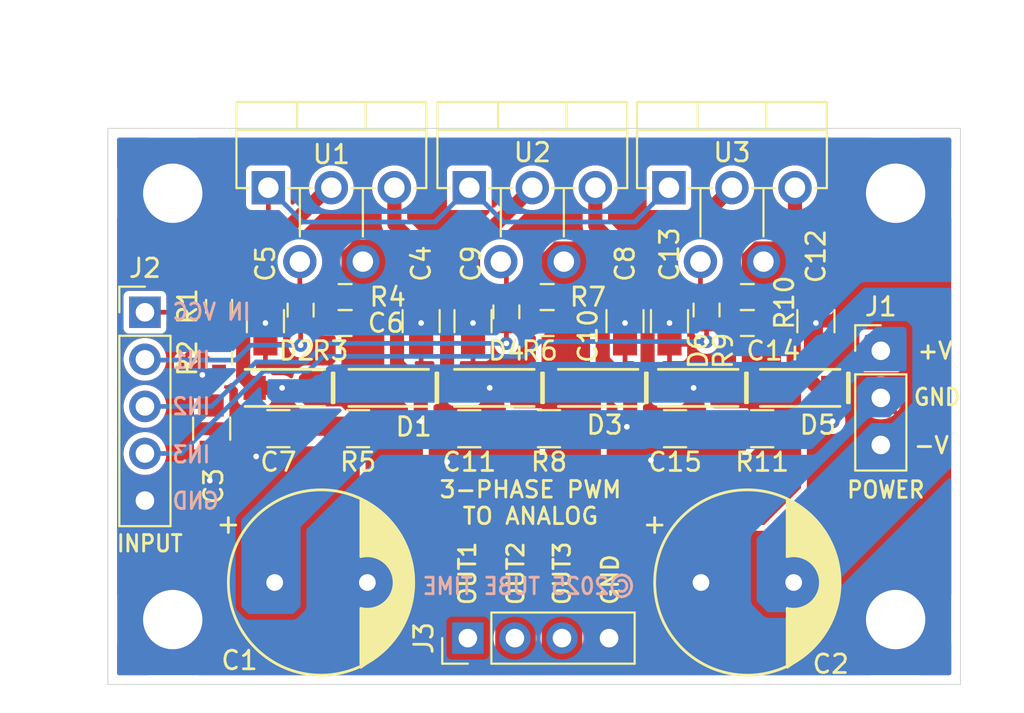
<source format=kicad_pcb>
(kicad_pcb (version 20241229) (generator "pcbnew") (generator_version "9.0")
  (layers (0 "F.Cu" signal) (2 "B.Cu" signal) (13 "F.Paste" user) (15 "B.Paste" user) (5 "F.SilkS" user "F.Silkscreen") (7 "B.SilkS" user "B.Silkscreen") (1 "F.Mask" user) (3 "B.Mask" user) (25 "Edge.Cuts" user))
  (net 0 "")
  (net 1 "GND")
  (net 2 "+15V")
  (net 3 "-15V")
  (net 4 "Net-(U1--)")
  (net 5 "/PhaseDriver1/OUT")
  (net 6 "/PhaseDriver2/OUT")
  (net 7 "Net-(U2--)")
  (net 8 "/PhaseDriver3/OUT")
  (net 9 "Net-(U3--)")
  (net 10 "/PhaseDriver1/VREF")
  (net 11 "/PhaseDriver3/IN")
  (net 12 "VDD")
  (net 13 "/PhaseDriver1/IN")
  (net 14 "/PhaseDriver2/IN")
  (net 15 "Net-(C7-Pad1)")
  (net 16 "Net-(C11-Pad1)")
  (net 17 "Net-(C15-Pad1)")
  (footprint "Passive:RESC1608X55" (layer "F.Cu") (at 127.5 82.1)
    (property "Reference" "R10" (at 2 0.3 90) (layer "F.SilkS"))
    (property "Value" "68K")
    (fp_line (start -0.35 -0.7) (end 0.35 -0.7) (stroke (width 0.12)) (layer "F.SilkS"))
    (fp_line (start 0.35 0.7) (end -0.35 0.7) (stroke (width 0.12)) (layer "F.SilkS"))
    (pad "1" smd rect (at -0.75 0) (size 0.8 0.75) (layers "F.Cu" "F.Mask" "F.Paste") (net 9 "Net-(U3--)"))
    (pad "2" smd rect (at 0.75 0) (size 0.8 0.75) (layers "F.Cu" "F.Mask" "F.Paste") (net 8 "/PhaseDriver3/OUT"))
  )
  (footprint "Passive:CAPC2012X55" (layer "F.Cu") (at 123.6 89.2 180)
    (property "Reference" "C15" (at 0 -1.8 0) (layer "F.SilkS"))
    (property "Value" "DNI")
    (fp_line (start 0.6 1) (end -0.6 1) (stroke (width 0.12)) (layer "F.SilkS"))
    (fp_line (start -0.6 -1) (end 0.6 -1) (stroke (width 0.12)) (layer "F.SilkS"))
    (pad "1" smd rect (at -1.25 0 180) (size 1.2 1.3) (layers "F.Cu" "F.Mask" "F.Paste") (net 17 "Net-(C15-Pad1)"))
    (pad "2" smd rect (at 1.25 0 180) (size 1.2 1.3) (layers "F.Cu" "F.Mask" "F.Paste") (net 1 "GND"))
  )
  (footprint "Connector_PinHeader_2.54mm:PinHeader_1x03_P2.54mm_Vertical" (layer "F.Cu") (at 134.7 85)
    (property "Reference" "J1" (at 0 -2.38 0) (layer "F.SilkS"))
    (property "Value" "POWER")
    (fp_line (start -1.38 -1.38) (end 0 -1.38) (stroke (width 0.12)) (layer "F.SilkS"))
    (fp_line (start -1.38 0) (end -1.38 -1.38) (stroke (width 0.12)) (layer "F.SilkS"))
    (fp_line (start -1.38 1.27) (end -1.38 6.46) (stroke (width 0.12)) (layer "F.SilkS"))
    (fp_line (start -1.38 1.27) (end 1.38 1.27) (stroke (width 0.12)) (layer "F.SilkS"))
    (fp_line (start -1.38 6.46) (end 1.38 6.46) (stroke (width 0.12)) (layer "F.SilkS"))
    (fp_line (start 1.38 1.27) (end 1.38 6.46) (stroke (width 0.12)) (layer "F.SilkS"))
    (pad "1" thru_hole rect (at 0 0) (size 1.7 1.7) (drill 1) (layers "*.Cu" "*.Mask") (net 2 "+15V"))
    (pad "2" thru_hole circle (at 0 2.54) (size 1.7 1.7) (drill 1) (layers "*.Cu" "*.Mask") (net 1 "GND"))
    (pad "3" thru_hole circle (at 0 5.08) (size 1.7 1.7) (drill 1) (layers "*.Cu" "*.Mask") (net 3 "-15V"))
  )
  (footprint "Passive:CAPC2012X55" (layer "F.Cu") (at 112.7 83.4 -90)
    (property "Reference" "C9" (at -3.1 0.1 90) (layer "F.SilkS"))
    (property "Value" "1uF")
    (fp_line (start 0.6 1) (end -0.6 1) (stroke (width 0.12)) (layer "F.SilkS"))
    (fp_line (start -0.6 -1) (end 0.6 -1) (stroke (width 0.12)) (layer "F.SilkS"))
    (pad "1" smd rect (at -1.25 0 270) (size 1.2 1.3) (layers "F.Cu" "F.Mask" "F.Paste") (net 3 "-15V"))
    (pad "2" smd rect (at 1.25 0 270) (size 1.2 1.3) (layers "F.Cu" "F.Mask" "F.Paste") (net 1 "GND"))
  )
  (footprint "Passive:CAPC2012X55" (layer "F.Cu") (at 120.9 83.4 90)
    (property "Reference" "C8" (at 3.1 0 90) (layer "F.SilkS"))
    (property "Value" "1uF")
    (fp_line (start -0.6 -1) (end 0.6 -1) (stroke (width 0.12)) (layer "F.SilkS"))
    (fp_line (start 0.6 1) (end -0.6 1) (stroke (width 0.12)) (layer "F.SilkS"))
    (pad "1" smd rect (at -1.25 0 90) (size 1.2 1.3) (layers "F.Cu" "F.Mask" "F.Paste") (net 1 "GND"))
    (pad "2" smd rect (at 1.25 0 90) (size 1.2 1.3) (layers "F.Cu" "F.Mask" "F.Paste") (net 2 "+15V"))
  )
  (footprint "Passive:RESC2012X55" (layer "F.Cu") (at 106.5 89.2 180)
    (property "Reference" "R5" (at 0 -1.8 0) (layer "F.SilkS"))
    (property "Value" "DNI")
    (fp_line (start 0.6 1) (end -0.6 1) (stroke (width 0.12)) (layer "F.SilkS"))
    (fp_line (start -0.6 -1) (end 0.6 -1) (stroke (width 0.12)) (layer "F.SilkS"))
    (pad "1" smd rect (at -1.25 0 180) (size 1.2 1.3) (layers "F.Cu" "F.Mask" "F.Paste") (net 5 "/PhaseDriver1/OUT"))
    (pad "2" smd rect (at 1.25 0 180) (size 1.2 1.3) (layers "F.Cu" "F.Mask" "F.Paste") (net 15 "Net-(C7-Pad1)"))
  )
  (footprint "Active:SOD3716X117" (layer "F.Cu") (at 108.2 87 180)
    (property "Reference" "D1" (at -1.3 -2.1 0) (layer "F.SilkS"))
    (property "Value" "PMEG6020AELRX")
    (fp_line (start -2.1 1) (end 2.2 1) (stroke (width 0.15)) (layer "F.SilkS"))
    (fp_line (start -2.1 -1) (end 2.2 -1) (stroke (width 0.15)) (layer "F.SilkS"))
    (fp_line (start -2.5 -0.8) (end -2.5 0.8) (stroke (width 0.15)) (layer "F.SilkS"))
    (fp_line (start -2.5 -0.8) (end -2.6 -0.8) (stroke (width 0.15)) (layer "F.SilkS"))
    (fp_line (start -2.6 0.8) (end -2.5 0.8) (stroke (width 0.15)) (layer "F.SilkS"))
    (fp_line (start -2.6 -0.8) (end -2.6 0.8) (stroke (width 0.15)) (layer "F.SilkS"))
    (pad "1" smd rect (at -1.68 0 180) (size 1.2 1.3) (layers "F.Cu" "F.Mask" "F.Paste") (net 2 "+15V"))
    (pad "2" smd rect (at 1.68 0 180) (size 1.2 1.3) (layers "F.Cu" "F.Mask" "F.Paste") (net 5 "/PhaseDriver1/OUT"))
  )
  (footprint "Passive:RESC2012X55" (layer "F.Cu") (at 116.8 89.2 180)
    (property "Reference" "R8" (at 0 -1.8 0) (layer "F.SilkS"))
    (property "Value" "DNI")
    (fp_line (start 0.6 1) (end -0.6 1) (stroke (width 0.12)) (layer "F.SilkS"))
    (fp_line (start -0.6 -1) (end 0.6 -1) (stroke (width 0.12)) (layer "F.SilkS"))
    (pad "1" smd rect (at -1.25 0 180) (size 1.2 1.3) (layers "F.Cu" "F.Mask" "F.Paste") (net 6 "/PhaseDriver2/OUT"))
    (pad "2" smd rect (at 1.25 0 180) (size 1.2 1.3) (layers "F.Cu" "F.Mask" "F.Paste") (net 16 "Net-(C11-Pad1)"))
  )
  (footprint "MountingHole:MountingHole_3.2mm_M3_DIN965_Pad" (layer "F.Cu") (at 96.5 99.5)
    (property "Reference" "H3" (hide yes))
    (property "Value" "MountingHole_Pad")
    (pad "1" thru_hole circle (at 0 0) (size 5.6 5.6) (drill 3.2) (layers "*.Cu" "*.Mask") (net 1 "GND"))
  )
  (footprint "Passive:CAPAE500P1000X1500" (layer "F.Cu") (at 104.5 97.5)
    (property "Reference" "C1" (at -4.4 4.2 0) (layer "F.SilkS"))
    (property "Value" "1000uF")
    (fp_line (start -5 -3.5) (end -5 -2.7) (stroke (width 0.15)) (layer "F.SilkS"))
    (fp_line (start -4.6 -3.1) (end -5.4 -3.1) (stroke (width 0.15)) (layer "F.SilkS"))
    (fp_line (start 2.15 -1.4) (end 2.15 -4.4) (stroke (width 0.15)) (layer "F.SilkS"))
    (fp_line (start 2.15 4.4) (end 2.15 1.4) (stroke (width 0.15)) (layer "F.SilkS"))
    (fp_arc (start 2.15 -1.4) (mid 3.943087 0) (end 2.15 1.4) (stroke (width 0.15)) (layer "F.SilkS"))
    (fp_circle (center 0 0) (end 5 0) (stroke (width 0.15)) (fill no) (layer "F.SilkS"))
    (fp_poly (pts (xy 2.15 -4.4) (xy 2.15 -1.4) (xy 2.75 -1.5) (xy 3.55 -1.1) (xy 3.95 -0.5) (xy 4.05 0) (xy 3.85 0.7) (xy 3.45 1.2) (xy 2.85 1.5) (xy 2.15 1.4) (xy 2.15 4.6) (xy 3 4) (xy 3.8 3.2) (xy 4.6 2) (xy 4.8 1.2) (xy 5 0.4) (xy 5 -0.4) (xy 4.8 -1.4) (xy 4.4 -2.2) (xy 3.8 -3.2) (xy 3.2 -3.8)) (stroke (width 0.1)) (fill yes) (layer "F.SilkS"))
    (pad "1" thru_hole rect (at -2.5 0) (size 2 2) (drill 0.9) (layers "*.Cu" "*.Mask") (net 2 "+15V"))
    (pad "2" thru_hole circle (at 2.5 0) (size 2 2) (drill 0.9) (layers "*.Cu" "*.Mask") (net 1 "GND"))
  )
  (footprint "Active:TO-220-5_Stagger_Vertical_L165" (layer "F.Cu") (at 112.5 76.2)
    (property "Reference" "U2" (at 3.4 -1.9 0) (layer "F.SilkS"))
    (property "Value" "L165")
    (fp_line (start -1.721 -4.62) (end -1.721 0.021) (stroke (width 0.12)) (layer "F.SilkS"))
    (fp_line (start -1.721 -4.62) (end 8.52 -4.62) (stroke (width 0.12)) (layer "F.SilkS"))
    (fp_line (start -1.721 -3.111) (end 8.52 -3.111) (stroke (width 0.12)) (layer "F.SilkS"))
    (fp_line (start -1.721 0.021) (end -1.05 0.021) (stroke (width 0.12)) (layer "F.SilkS"))
    (fp_line (start 1.05 0.021) (end 2.335 0.021) (stroke (width 0.12)) (layer "F.SilkS"))
    (fp_line (start 1.55 -4.62) (end 1.55 -3.111) (stroke (width 0.12)) (layer "F.SilkS"))
    (fp_line (start 1.7 0.021) (end 1.7 2.635) (stroke (width 0.12)) (layer "F.SilkS"))
    (fp_line (start 4.465 0.021) (end 5.735 0.021) (stroke (width 0.12)) (layer "F.SilkS"))
    (fp_line (start 5.1 0.021) (end 5.1 2.635) (stroke (width 0.12)) (layer "F.SilkS"))
    (fp_line (start 5.25 -4.62) (end 5.25 -3.111) (stroke (width 0.12)) (layer "F.SilkS"))
    (fp_line (start 7.865 0.021) (end 8.52 0.021) (stroke (width 0.12)) (layer "F.SilkS"))
    (fp_line (start 8.52 -4.62) (end 8.52 0.021) (stroke (width 0.12)) (layer "F.SilkS"))
    (pad "1" thru_hole rect (at 0 0) (size 1.8 1.8) (drill 1.1) (layers "*.Cu" "*.Mask") (net 10 "/PhaseDriver1/VREF"))
    (pad "2" thru_hole circle (at 1.7 3.9878) (size 1.8 1.8) (drill 1.1) (layers "*.Cu" "*.Mask") (net 7 "Net-(U2--)"))
    (pad "3" thru_hole circle (at 3.4 0) (size 1.8 1.8) (drill 1.1) (layers "*.Cu" "*.Mask") (net 3 "-15V"))
    (pad "4" thru_hole circle (at 5.1 3.9878) (size 1.8 1.8) (drill 1.1) (layers "*.Cu" "*.Mask") (net 6 "/PhaseDriver2/OUT"))
    (pad "5" thru_hole circle (at 6.8 0) (size 1.8 1.8) (drill 1.1) (layers "*.Cu" "*.Mask") (net 2 "+15V"))
  )
  (footprint "Active:TO-220-5_Stagger_Vertical_L165" (layer "F.Cu") (at 123.27 76.2)
    (property "Reference" "U3" (at 3.4 -1.9 0) (layer "F.SilkS"))
    (property "Value" "L165")
    (fp_line (start -1.721 -4.62) (end -1.721 0.021) (stroke (width 0.12)) (layer "F.SilkS"))
    (fp_line (start -1.721 -4.62) (end 8.52 -4.62) (stroke (width 0.12)) (layer "F.SilkS"))
    (fp_line (start -1.721 -3.111) (end 8.52 -3.111) (stroke (width 0.12)) (layer "F.SilkS"))
    (fp_line (start -1.721 0.021) (end -1.05 0.021) (stroke (width 0.12)) (layer "F.SilkS"))
    (fp_line (start 1.05 0.021) (end 2.335 0.021) (stroke (width 0.12)) (layer "F.SilkS"))
    (fp_line (start 1.55 -4.62) (end 1.55 -3.111) (stroke (width 0.12)) (layer "F.SilkS"))
    (fp_line (start 1.7 0.021) (end 1.7 2.635) (stroke (width 0.12)) (layer "F.SilkS"))
    (fp_line (start 4.465 0.021) (end 5.735 0.021) (stroke (width 0.12)) (layer "F.SilkS"))
    (fp_line (start 5.1 0.021) (end 5.1 2.635) (stroke (width 0.12)) (layer "F.SilkS"))
    (fp_line (start 5.25 -4.62) (end 5.25 -3.111) (stroke (width 0.12)) (layer "F.SilkS"))
    (fp_line (start 7.865 0.021) (end 8.52 0.021) (stroke (width 0.12)) (layer "F.SilkS"))
    (fp_line (start 8.52 -4.62) (end 8.52 0.021) (stroke (width 0.12)) (layer "F.SilkS"))
    (pad "1" thru_hole rect (at 0 0) (size 1.8 1.8) (drill 1.1) (layers "*.Cu" "*.Mask") (net 10 "/PhaseDriver1/VREF"))
    (pad "2" thru_hole circle (at 1.7 3.9878) (size 1.8 1.8) (drill 1.1) (layers "*.Cu" "*.Mask") (net 9 "Net-(U3--)"))
    (pad "3" thru_hole circle (at 3.4 0) (size 1.8 1.8) (drill 1.1) (layers "*.Cu" "*.Mask") (net 3 "-15V"))
    (pad "4" thru_hole circle (at 5.1 3.9878) (size 1.8 1.8) (drill 1.1) (layers "*.Cu" "*.Mask") (net 8 "/PhaseDriver3/OUT"))
    (pad "5" thru_hole circle (at 6.8 0) (size 1.8 1.8) (drill 1.1) (layers "*.Cu" "*.Mask") (net 2 "+15V"))
  )
  (footprint "Passive:RESC1608X55" (layer "F.Cu") (at 105.8 82.1)
    (property "Reference" "R4" (at 2.3 0 0) (layer "F.SilkS"))
    (property "Value" "68K")
    (fp_line (start -0.35 -0.7) (end 0.35 -0.7) (stroke (width 0.12)) (layer "F.SilkS"))
    (fp_line (start 0.35 0.7) (end -0.35 0.7) (stroke (width 0.12)) (layer "F.SilkS"))
    (pad "1" smd rect (at -0.75 0) (size 0.8 0.75) (layers "F.Cu" "F.Mask" "F.Paste") (net 4 "Net-(U1--)"))
    (pad "2" smd rect (at 0.75 0) (size 0.8 0.75) (layers "F.Cu" "F.Mask" "F.Paste") (net 5 "/PhaseDriver1/OUT"))
  )
  (footprint "Active:SOD3716X117" (layer "F.Cu") (at 124.9 87 180)
    (property "Reference" "D6" (at 0.05 2 90) (layer "F.SilkS"))
    (property "Value" "PMEG6020AELRX")
    (fp_line (start -2.1 1) (end 2.2 1) (stroke (width 0.15)) (layer "F.SilkS"))
    (fp_line (start -2.1 -1) (end 2.2 -1) (stroke (width 0.15)) (layer "F.SilkS"))
    (fp_line (start -2.5 -0.8) (end -2.5 0.8) (stroke (width 0.15)) (layer "F.SilkS"))
    (fp_line (start -2.5 -0.8) (end -2.6 -0.8) (stroke (width 0.15)) (layer "F.SilkS"))
    (fp_line (start -2.6 0.8) (end -2.5 0.8) (stroke (width 0.15)) (layer "F.SilkS"))
    (fp_line (start -2.6 -0.8) (end -2.6 0.8) (stroke (width 0.15)) (layer "F.SilkS"))
    (pad "1" smd rect (at -1.68 0 180) (size 1.2 1.3) (layers "F.Cu" "F.Mask" "F.Paste") (net 8 "/PhaseDriver3/OUT"))
    (pad "2" smd rect (at 1.68 0 180) (size 1.2 1.3) (layers "F.Cu" "F.Mask" "F.Paste") (net 3 "-15V"))
  )
  (footprint "Passive:CAPC2012X55" (layer "F.Cu") (at 123.3 83.4 -90)
    (property "Reference" "C13" (at -3.6 0 90) (layer "F.SilkS"))
    (property "Value" "1uF")
    (fp_line (start 0.6 1) (end -0.6 1) (stroke (width 0.12)) (layer "F.SilkS"))
    (fp_line (start -0.6 -1) (end 0.6 -1) (stroke (width 0.12)) (layer "F.SilkS"))
    (pad "1" smd rect (at -1.25 0 270) (size 1.2 1.3) (layers "F.Cu" "F.Mask" "F.Paste") (net 3 "-15V"))
    (pad "2" smd rect (at 1.25 0 270) (size 1.2 1.3) (layers "F.Cu" "F.Mask" "F.Paste") (net 1 "GND"))
  )
  (footprint "Active:SOD3716X117" (layer "F.Cu") (at 130.4 87 180)
    (property "Reference" "D5" (at -0.9 -2 0) (layer "F.SilkS"))
    (property "Value" "PMEG6020AELRX")
    (fp_line (start -2.1 1) (end 2.2 1) (stroke (width 0.15)) (layer "F.SilkS"))
    (fp_line (start -2.1 -1) (end 2.2 -1) (stroke (width 0.15)) (layer "F.SilkS"))
    (fp_line (start -2.5 -0.8) (end -2.5 0.8) (stroke (width 0.15)) (layer "F.SilkS"))
    (fp_line (start -2.5 -0.8) (end -2.6 -0.8) (stroke (width 0.15)) (layer "F.SilkS"))
    (fp_line (start -2.6 0.8) (end -2.5 0.8) (stroke (width 0.15)) (layer "F.SilkS"))
    (fp_line (start -2.6 -0.8) (end -2.6 0.8) (stroke (width 0.15)) (layer "F.SilkS"))
    (pad "1" smd rect (at -1.68 0 180) (size 1.2 1.3) (layers "F.Cu" "F.Mask" "F.Paste") (net 2 "+15V"))
    (pad "2" smd rect (at 1.68 0 180) (size 1.2 1.3) (layers "F.Cu" "F.Mask" "F.Paste") (net 8 "/PhaseDriver3/OUT"))
  )
  (footprint "Connector_PinHeader_2.54mm:PinHeader_1x05_P2.54mm_Vertical" (layer "F.Cu") (at 95 82.92)
    (property "Reference" "J2" (at 0 -2.38 0) (layer "F.SilkS"))
    (property "Value" "INPUTS")
    (fp_line (start -1.38 -1.38) (end 0 -1.38) (stroke (width 0.12)) (layer "F.SilkS"))
    (fp_line (start -1.38 0) (end -1.38 -1.38) (stroke (width 0.12)) (layer "F.SilkS"))
    (fp_line (start -1.38 1.27) (end -1.38 11.54) (stroke (width 0.12)) (layer "F.SilkS"))
    (fp_line (start -1.38 1.27) (end 1.38 1.27) (stroke (width 0.12)) (layer "F.SilkS"))
    (fp_line (start -1.38 11.54) (end 1.38 11.54) (stroke (width 0.12)) (layer "F.SilkS"))
    (fp_line (start 1.38 1.27) (end 1.38 11.54) (stroke (width 0.12)) (layer "F.SilkS"))
    (pad "1" thru_hole rect (at 0 0) (size 1.7 1.7) (drill 1) (layers "*.Cu" "*.Mask") (net 12 "VDD"))
    (pad "2" thru_hole circle (at 0 2.54) (size 1.7 1.7) (drill 1) (layers "*.Cu" "*.Mask") (net 13 "/PhaseDriver1/IN"))
    (pad "3" thru_hole circle (at 0 5.08) (size 1.7 1.7) (drill 1) (layers "*.Cu" "*.Mask") (net 14 "/PhaseDriver2/IN"))
    (pad "4" thru_hole circle (at 0 7.62) (size 1.7 1.7) (drill 1) (layers "*.Cu" "*.Mask") (net 11 "/PhaseDriver3/IN"))
    (pad "5" thru_hole circle (at 0 10.16) (size 1.7 1.7) (drill 1) (layers "*.Cu" "*.Mask") (net 1 "GND"))
  )
  (footprint "Active:SOD3716X117" (layer "F.Cu") (at 102.6 87 180)
    (property "Reference" "D2" (at -0.6 2 0) (layer "F.SilkS"))
    (property "Value" "PMEG6020AELRX")
    (fp_line (start -2.1 1) (end 2.2 1) (stroke (width 0.15)) (layer "F.SilkS"))
    (fp_line (start -2.1 -1) (end 2.2 -1) (stroke (width 0.15)) (layer "F.SilkS"))
    (fp_line (start -2.5 -0.8) (end -2.5 0.8) (stroke (width 0.15)) (layer "F.SilkS"))
    (fp_line (start -2.5 -0.8) (end -2.6 -0.8) (stroke (width 0.15)) (layer "F.SilkS"))
    (fp_line (start -2.6 0.8) (end -2.5 0.8) (stroke (width 0.15)) (layer "F.SilkS"))
    (fp_line (start -2.6 -0.8) (end -2.6 0.8) (stroke (width 0.15)) (layer "F.SilkS"))
    (pad "1" smd rect (at -1.68 0 180) (size 1.2 1.3) (layers "F.Cu" "F.Mask" "F.Paste") (net 5 "/PhaseDriver1/OUT"))
    (pad "2" smd rect (at 1.68 0 180) (size 1.2 1.3) (layers "F.Cu" "F.Mask" "F.Paste") (net 3 "-15V"))
  )
  (footprint "Passive:CAPC2012X55" (layer "F.Cu") (at 112.5 89.2 180)
    (property "Reference" "C11" (at 0 -1.8 0) (layer "F.SilkS"))
    (property "Value" "DNI")
    (fp_line (start 0.6 1) (end -0.6 1) (stroke (width 0.12)) (layer "F.SilkS"))
    (fp_line (start -0.6 -1) (end 0.6 -1) (stroke (width 0.12)) (layer "F.SilkS"))
    (pad "1" smd rect (at -1.25 0 180) (size 1.2 1.3) (layers "F.Cu" "F.Mask" "F.Paste") (net 16 "Net-(C11-Pad1)"))
    (pad "2" smd rect (at 1.25 0 180) (size 1.2 1.3) (layers "F.Cu" "F.Mask" "F.Paste") (net 1 "GND"))
  )
  (footprint "Passive:RESC1608X55" (layer "F.Cu") (at 103.4 82.804 90)
    (property "Reference" "R3" (at -2.196 1.6 180) (layer "F.SilkS"))
    (property "Value" "10K")
    (fp_line (start -0.35 -0.7) (end 0.35 -0.7) (stroke (width 0.12)) (layer "F.SilkS"))
    (fp_line (start 0.35 0.7) (end -0.35 0.7) (stroke (width 0.12)) (layer "F.SilkS"))
    (pad "1" smd rect (at -0.75 0 90) (size 0.8 0.75) (layers "F.Cu" "F.Mask" "F.Paste") (net 13 "/PhaseDriver1/IN"))
    (pad "2" smd rect (at 0.75 0 90) (size 0.8 0.75) (layers "F.Cu" "F.Mask" "F.Paste") (net 4 "Net-(U1--)"))
  )
  (footprint "Connector_PinHeader_2.54mm:PinHeader_1x04_P2.54mm_Vertical" (layer "F.Cu") (at 112.42 100.5 90)
    (property "Reference" "J3" (at 0 -2.38 90) (layer "F.SilkS"))
    (property "Value" "OUTPUTS")
    (fp_line (start -1.38 -1.38) (end 0 -1.38) (stroke (width 0.12)) (layer "F.SilkS"))
    (fp_line (start -1.38 0) (end -1.38 -1.38) (stroke (width 0.12)) (layer "F.SilkS"))
    (fp_line (start 1.38 1.27) (end 1.38 9) (stroke (width 0.12)) (layer "F.SilkS"))
    (fp_line (start -1.38 1.27) (end 1.38 1.27) (stroke (width 0.12)) (layer "F.SilkS"))
    (fp_line (start -1.38 1.27) (end -1.38 9) (stroke (width 0.12)) (layer "F.SilkS"))
    (fp_line (start -1.38 9) (end 1.38 9) (stroke (width 0.12)) (layer "F.SilkS"))
    (pad "1" thru_hole rect (at 0 0 90) (size 1.7 1.7) (drill 1) (layers "*.Cu" "*.Mask") (net 5 "/PhaseDriver1/OUT"))
    (pad "2" thru_hole circle (at 0 2.54 90) (size 1.7 1.7) (drill 1) (layers "*.Cu" "*.Mask") (net 6 "/PhaseDriver2/OUT"))
    (pad "3" thru_hole circle (at 0 5.08 90) (size 1.7 1.7) (drill 1) (layers "*.Cu" "*.Mask") (net 8 "/PhaseDriver3/OUT"))
    (pad "4" thru_hole circle (at 0 7.62 90) (size 1.7 1.7) (drill 1) (layers "*.Cu" "*.Mask") (net 1 "GND"))
  )
  (footprint "Active:SOD3716X117" (layer "F.Cu") (at 113.9 87 180)
    (property "Reference" "D4" (at -0.6 2 0) (layer "F.SilkS"))
    (property "Value" "PMEG6020AELRX")
    (fp_line (start -2.1 1) (end 2.2 1) (stroke (width 0.15)) (layer "F.SilkS"))
    (fp_line (start -2.1 -1) (end 2.2 -1) (stroke (width 0.15)) (layer "F.SilkS"))
    (fp_line (start -2.5 -0.8) (end -2.5 0.8) (stroke (width 0.15)) (layer "F.SilkS"))
    (fp_line (start -2.5 -0.8) (end -2.6 -0.8) (stroke (width 0.15)) (layer "F.SilkS"))
    (fp_line (start -2.6 0.8) (end -2.5 0.8) (stroke (width 0.15)) (layer "F.SilkS"))
    (fp_line (start -2.6 -0.8) (end -2.6 0.8) (stroke (width 0.15)) (layer "F.SilkS"))
    (pad "1" smd rect (at -1.68 0 180) (size 1.2 1.3) (layers "F.Cu" "F.Mask" "F.Paste") (net 6 "/PhaseDriver2/OUT"))
    (pad "2" smd rect (at 1.68 0 180) (size 1.2 1.3) (layers "F.Cu" "F.Mask" "F.Paste") (net 3 "-15V"))
  )
  (footprint "Passive:RESC1608X55" (layer "F.Cu") (at 125.3 82.8 90)
    (property "Reference" "R9" (at -2.2 0.9 270) (layer "F.SilkS"))
    (property "Value" "10K")
    (fp_line (start -0.35 -0.7) (end 0.35 -0.7) (stroke (width 0.12)) (layer "F.SilkS"))
    (fp_line (start 0.35 0.7) (end -0.35 0.7) (stroke (width 0.12)) (layer "F.SilkS"))
    (pad "1" smd rect (at -0.75 0 90) (size 0.8 0.75) (layers "F.Cu" "F.Mask" "F.Paste") (net 11 "/PhaseDriver3/IN"))
    (pad "2" smd rect (at 0.75 0 90) (size 0.8 0.75) (layers "F.Cu" "F.Mask" "F.Paste") (net 9 "Net-(U3--)"))
  )
  (footprint "MountingHole:MountingHole_3.2mm_M3_DIN965_Pad" (layer "F.Cu") (at 135.5 76.5)
    (property "Reference" "H2" (hide yes))
    (property "Value" "MountingHole_Pad")
    (pad "1" thru_hole circle (at 0 0) (size 5.6 5.6) (drill 3.2) (layers "*.Cu" "*.Mask") (net 1 "GND"))
  )
  (footprint "Passive:CAPC2012X55" (layer "F.Cu") (at 101.5 83.4 -90)
    (property "Reference" "C5" (at -3.1 0 90) (layer "F.SilkS"))
    (property "Value" "1uF")
    (fp_line (start 0.6 1) (end -0.6 1) (stroke (width 0.12)) (layer "F.SilkS"))
    (fp_line (start -0.6 -1) (end 0.6 -1) (stroke (width 0.12)) (layer "F.SilkS"))
    (pad "1" smd rect (at -1.25 0 270) (size 1.2 1.3) (layers "F.Cu" "F.Mask" "F.Paste") (net 3 "-15V"))
    (pad "2" smd rect (at 1.25 0 270) (size 1.2 1.3) (layers "F.Cu" "F.Mask" "F.Paste") (net 1 "GND"))
  )
  (footprint "Passive:CAPAE500P1000X1500" (layer "F.Cu") (at 127.5 97.5)
    (property "Reference" "C2" (at 4.5 4.4 0) (layer "F.SilkS"))
    (property "Value" "1000uF")
    (fp_line (start -5 -3.5) (end -5 -2.7) (stroke (width 0.15)) (layer "F.SilkS"))
    (fp_line (start -4.6 -3.1) (end -5.4 -3.1) (stroke (width 0.15)) (layer "F.SilkS"))
    (fp_line (start 2.15 -1.4) (end 2.15 -4.4) (stroke (width 0.15)) (layer "F.SilkS"))
    (fp_line (start 2.15 4.4) (end 2.15 1.4) (stroke (width 0.15)) (layer "F.SilkS"))
    (fp_arc (start 2.15 -1.4) (mid 3.943087 0) (end 2.15 1.4) (stroke (width 0.15)) (layer "F.SilkS"))
    (fp_circle (center 0 0) (end 5 0) (stroke (width 0.15)) (fill no) (layer "F.SilkS"))
    (fp_poly (pts (xy 2.15 -4.4) (xy 2.15 -1.4) (xy 2.75 -1.5) (xy 3.55 -1.1) (xy 3.95 -0.5) (xy 4.05 0) (xy 3.85 0.7) (xy 3.45 1.2) (xy 2.85 1.5) (xy 2.15 1.4) (xy 2.15 4.6) (xy 3 4) (xy 3.8 3.2) (xy 4.6 2) (xy 4.8 1.2) (xy 5 0.4) (xy 5 -0.4) (xy 4.8 -1.4) (xy 4.4 -2.2) (xy 3.8 -3.2) (xy 3.2 -3.8)) (stroke (width 0.1)) (fill yes) (layer "F.SilkS"))
    (pad "1" thru_hole rect (at -2.5 0) (size 2 2) (drill 0.9) (layers "*.Cu" "*.Mask") (net 1 "GND"))
    (pad "2" thru_hole circle (at 2.5 0) (size 2 2) (drill 0.9) (layers "*.Cu" "*.Mask") (net 3 "-15V"))
  )
  (footprint "Passive:RESC1608X55" (layer "F.Cu") (at 116.7 82.1)
    (property "Reference" "R7" (at 2.2 0 0) (layer "F.SilkS"))
    (property "Value" "68K")
    (fp_line (start -0.35 -0.7) (end 0.35 -0.7) (stroke (width 0.12)) (layer "F.SilkS"))
    (fp_line (start 0.35 0.7) (end -0.35 0.7) (stroke (width 0.12)) (layer "F.SilkS"))
    (pad "1" smd rect (at -0.75 0) (size 0.8 0.75) (layers "F.Cu" "F.Mask" "F.Paste") (net 7 "Net-(U2--)"))
    (pad "2" smd rect (at 0.75 0) (size 0.8 0.75) (layers "F.Cu" "F.Mask" "F.Paste") (net 6 "/PhaseDriver2/OUT"))
  )
  (footprint "Passive:CAPC2012X55" (layer "F.Cu") (at 98.6 89.2 -90)
    (property "Reference" "C3" (at 3.1 -0.1 90) (layer "F.SilkS"))
    (property "Value" "1uF")
    (fp_line (start 0.6 1) (end -0.6 1) (stroke (width 0.12)) (layer "F.SilkS"))
    (fp_line (start -0.6 -1) (end 0.6 -1) (stroke (width 0.12)) (layer "F.SilkS"))
    (pad "1" smd rect (at -1.25 0 270) (size 1.2 1.3) (layers "F.Cu" "F.Mask" "F.Paste") (net 10 "/PhaseDriver1/VREF"))
    (pad "2" smd rect (at 1.25 0 270) (size 1.2 1.3) (layers "F.Cu" "F.Mask" "F.Paste") (net 1 "GND"))
  )
  (footprint "MountingHole:MountingHole_3.2mm_M3_DIN965_Pad" (layer "F.Cu") (at 96.5 76.5)
    (property "Reference" "H1" (hide yes))
    (property "Value" "MountingHole_Pad")
    (pad "1" thru_hole circle (at 0 0) (size 5.6 5.6) (drill 3.2) (layers "*.Cu" "*.Mask") (net 1 "GND"))
  )
  (footprint "Active:TO-220-5_Stagger_Vertical_L165" (layer "F.Cu") (at 101.658 76.2)
    (property "Reference" "U1" (at 3.3995 -1.8 0) (layer "F.SilkS"))
    (property "Value" "L165")
    (fp_line (start -1.721 -4.62) (end -1.721 0.021) (stroke (width 0.12)) (layer "F.SilkS"))
    (fp_line (start -1.721 -4.62) (end 8.52 -4.62) (stroke (width 0.12)) (layer "F.SilkS"))
    (fp_line (start -1.721 -3.111) (end 8.52 -3.111) (stroke (width 0.12)) (layer "F.SilkS"))
    (fp_line (start -1.721 0.021) (end -1.05 0.021) (stroke (width 0.12)) (layer "F.SilkS"))
    (fp_line (start 1.05 0.021) (end 2.335 0.021) (stroke (width 0.12)) (layer "F.SilkS"))
    (fp_line (start 1.55 -4.62) (end 1.55 -3.111) (stroke (width 0.12)) (layer "F.SilkS"))
    (fp_line (start 1.7 0.021) (end 1.7 2.635) (stroke (width 0.12)) (layer "F.SilkS"))
    (fp_line (start 4.465 0.021) (end 5.735 0.021) (stroke (width 0.12)) (layer "F.SilkS"))
    (fp_line (start 5.1 0.021) (end 5.1 2.635) (stroke (width 0.12)) (layer "F.SilkS"))
    (fp_line (start 5.25 -4.62) (end 5.25 -3.111) (stroke (width 0.12)) (layer "F.SilkS"))
    (fp_line (start 7.865 0.021) (end 8.52 0.021) (stroke (width 0.12)) (layer "F.SilkS"))
    (fp_line (start 8.52 -4.62) (end 8.52 0.021) (stroke (width 0.12)) (layer "F.SilkS"))
    (pad "1" thru_hole rect (at 0 0) (size 1.8 1.8) (drill 1.1) (layers "*.Cu" "*.Mask") (net 10 "/PhaseDriver1/VREF"))
    (pad "2" thru_hole circle (at 1.7 3.9878) (size 1.8 1.8) (drill 1.1) (layers "*.Cu" "*.Mask") (net 4 "Net-(U1--)"))
    (pad "3" thru_hole circle (at 3.4 0) (size 1.8 1.8) (drill 1.1) (layers "*.Cu" "*.Mask") (net 3 "-15V"))
    (pad "4" thru_hole circle (at 5.1 3.9878) (size 1.8 1.8) (drill 1.1) (layers "*.Cu" "*.Mask") (net 5 "/PhaseDriver1/OUT"))
    (pad "5" thru_hole circle (at 6.8 0) (size 1.8 1.8) (drill 1.1) (layers "*.Cu" "*.Mask") (net 2 "+15V"))
  )
  (footprint "Passive:RESC1608X55" (layer "F.Cu") (at 114.5 82.9 90)
    (property "Reference" "R6" (at -2.1 1.8 180) (layer "F.SilkS"))
    (property "Value" "10K")
    (fp_line (start -0.35 -0.7) (end 0.35 -0.7) (stroke (width 0.12)) (layer "F.SilkS"))
    (fp_line (start 0.35 0.7) (end -0.35 0.7) (stroke (width 0.12)) (layer "F.SilkS"))
    (pad "1" smd rect (at -0.75 0 90) (size 0.8 0.75) (layers "F.Cu" "F.Mask" "F.Paste") (net 14 "/PhaseDriver2/IN"))
    (pad "2" smd rect (at 0.75 0 90) (size 0.8 0.75) (layers "F.Cu" "F.Mask" "F.Paste") (net 7 "Net-(U2--)"))
  )
  (footprint "Passive:CAPC2012X55" (layer "F.Cu") (at 102.2 89.2 180)
    (property "Reference" "C7" (at 0 -1.8 0) (layer "F.SilkS"))
    (property "Value" "DNI")
    (fp_line (start 0.6 1) (end -0.6 1) (stroke (width 0.12)) (layer "F.SilkS"))
    (fp_line (start -0.6 -1) (end 0.6 -1) (stroke (width 0.12)) (layer "F.SilkS"))
    (pad "1" smd rect (at -1.25 0 180) (size 1.2 1.3) (layers "F.Cu" "F.Mask" "F.Paste") (net 15 "Net-(C7-Pad1)"))
    (pad "2" smd rect (at 1.25 0 180) (size 1.2 1.3) (layers "F.Cu" "F.Mask" "F.Paste") (net 1 "GND"))
  )
  (footprint "Passive:CAPC1608X100" (layer "F.Cu") (at 116.7 83.5)
    (property "Reference" "C10" (at 2.2 0.7 270) (layer "F.SilkS"))
    (property "Value" "1500pF")
    (fp_line (start -0.35 -0.7) (end 0.35 -0.7) (stroke (width 0.12)) (layer "F.SilkS"))
    (fp_line (start 0.35 0.7) (end -0.35 0.7) (stroke (width 0.12)) (layer "F.SilkS"))
    (pad "1" smd rect (at -0.75 0) (size 0.8 0.75) (layers "F.Cu" "F.Mask" "F.Paste") (net 7 "Net-(U2--)"))
    (pad "2" smd rect (at 0.75 0) (size 0.8 0.75) (layers "F.Cu" "F.Mask" "F.Paste") (net 6 "/PhaseDriver2/OUT"))
  )
  (footprint "Passive:CAPC2012X55" (layer "F.Cu") (at 109.9 83.4 90)
    (property "Reference" "C4" (at 3.1 0 90) (layer "F.SilkS"))
    (property "Value" "1uF")
    (fp_line (start -0.6 -1) (end 0.6 -1) (stroke (width 0.12)) (layer "F.SilkS"))
    (fp_line (start 0.6 1) (end -0.6 1) (stroke (width 0.12)) (layer "F.SilkS"))
    (pad "1" smd rect (at -1.25 0 90) (size 1.2 1.3) (layers "F.Cu" "F.Mask" "F.Paste") (net 1 "GND"))
    (pad "2" smd rect (at 1.25 0 90) (size 1.2 1.3) (layers "F.Cu" "F.Mask" "F.Paste") (net 2 "+15V"))
  )
  (footprint "Passive:RESC1608X55" (layer "F.Cu") (at 99 82.6 90)
    (property "Reference" "R1" (at 0 -1.7 270) (layer "F.SilkS"))
    (property "Value" "680")
    (fp_line (start -0.35 -0.7) (end 0.35 -0.7) (stroke (width 0.12)) (layer "F.SilkS"))
    (fp_line (start 0.35 0.7) (end -0.35 0.7) (stroke (width 0.12)) (layer "F.SilkS"))
    (pad "1" smd rect (at -0.75 0 90) (size 0.8 0.75) (layers "F.Cu" "F.Mask" "F.Paste") (net 10 "/PhaseDriver1/VREF"))
    (pad "2" smd rect (at 0.75 0 90) (size 0.8 0.75) (layers "F.Cu" "F.Mask" "F.Paste") (net 12 "VDD"))
  )
  (footprint "Passive:CAPC2012X55" (layer "F.Cu") (at 131.2 83.4 90)
    (property "Reference" "C12" (at 3.5 0 90) (layer "F.SilkS"))
    (property "Value" "1uF")
    (fp_line (start -0.6 -1) (end 0.6 -1) (stroke (width 0.12)) (layer "F.SilkS"))
    (fp_line (start 0.6 1) (end -0.6 1) (stroke (width 0.12)) (layer "F.SilkS"))
    (pad "1" smd rect (at -1.25 0 90) (size 1.2 1.3) (layers "F.Cu" "F.Mask" "F.Paste") (net 1 "GND"))
    (pad "2" smd rect (at 1.25 0 90) (size 1.2 1.3) (layers "F.Cu" "F.Mask" "F.Paste") (net 2 "+15V"))
  )
  (footprint "MountingHole:MountingHole_3.2mm_M3_DIN965_Pad" (layer "F.Cu") (at 135.5 99.5)
    (property "Reference" "H4" (hide yes))
    (property "Value" "MountingHole_Pad")
    (pad "1" thru_hole circle (at 0 0) (size 5.6 5.6) (drill 3.2) (layers "*.Cu" "*.Mask") (net 1 "GND"))
  )
  (footprint "Passive:RESC2012X55" (layer "F.Cu") (at 128.3 89.2 180)
    (property "Reference" "R11" (at 0 -1.8 0) (layer "F.SilkS"))
    (property "Value" "DNI")
    (fp_line (start 0.6 1) (end -0.6 1) (stroke (width 0.12)) (layer "F.SilkS"))
    (fp_line (start -0.6 -1) (end 0.6 -1) (stroke (width 0.12)) (layer "F.SilkS"))
    (pad "1" smd rect (at -1.25 0 180) (size 1.2 1.3) (layers "F.Cu" "F.Mask" "F.Paste") (net 8 "/PhaseDriver3/OUT"))
    (pad "2" smd rect (at 1.25 0 180) (size 1.2 1.3) (layers "F.Cu" "F.Mask" "F.Paste") (net 17 "Net-(C15-Pad1)"))
  )
  (footprint "Passive:CAPC1608X100" (layer "F.Cu") (at 127.5 83.5)
    (property "Reference" "C14" (at 1.4 1.5 0) (layer "F.SilkS"))
    (property "Value" "1500pF")
    (fp_line (start -0.35 -0.7) (end 0.35 -0.7) (stroke (width 0.12)) (layer "F.SilkS"))
    (fp_line (start 0.35 0.7) (end -0.35 0.7) (stroke (width 0.12)) (layer "F.SilkS"))
    (pad "1" smd rect (at -0.75 0) (size 0.8 0.75) (layers "F.Cu" "F.Mask" "F.Paste") (net 9 "Net-(U3--)"))
    (pad "2" smd rect (at 0.75 0) (size 0.8 0.75) (layers "F.Cu" "F.Mask" "F.Paste") (net 8 "/PhaseDriver3/OUT"))
  )
  (footprint "Passive:RESC1608X55" (layer "F.Cu") (at 99 85.4 90)
    (property "Reference" "R2" (at 0 -1.7 90) (layer "F.SilkS"))
    (property "Value" "680")
    (fp_line (start -0.35 -0.7) (end 0.35 -0.7) (stroke (width 0.12)) (layer "F.SilkS"))
    (fp_line (start 0.35 0.7) (end -0.35 0.7) (stroke (width 0.12)) (layer "F.SilkS"))
    (pad "1" smd rect (at -0.75 0 90) (size 0.8 0.75) (layers "F.Cu" "F.Mask" "F.Paste") (net 1 "GND"))
    (pad "2" smd rect (at 0.75 0 90) (size 0.8 0.75) (layers "F.Cu" "F.Mask" "F.Paste") (net 10 "/PhaseDriver1/VREF"))
  )
  (footprint "Active:SOD3716X117" (layer "F.Cu") (at 119.5 87 180)
    (property "Reference" "D3" (at -0.3 -2 0) (layer "F.SilkS"))
    (property "Value" "PMEG6020AELRX")
    (fp_line (start -2.1 1) (end 2.2 1) (stroke (width 0.15)) (layer "F.SilkS"))
    (fp_line (start -2.1 -1) (end 2.2 -1) (stroke (width 0.15)) (layer "F.SilkS"))
    (fp_line (start -2.5 -0.8) (end -2.5 0.8) (stroke (width 0.15)) (layer "F.SilkS"))
    (fp_line (start -2.5 -0.8) (end -2.6 -0.8) (stroke (width 0.15)) (layer "F.SilkS"))
    (fp_line (start -2.6 0.8) (end -2.5 0.8) (stroke (width 0.15)) (layer "F.SilkS"))
    (fp_line (start -2.6 -0.8) (end -2.6 0.8) (stroke (width 0.15)) (layer "F.SilkS"))
    (pad "1" smd rect (at -1.68 0 180) (size 1.2 1.3) (layers "F.Cu" "F.Mask" "F.Paste") (net 2 "+15V"))
    (pad "2" smd rect (at 1.68 0 180) (size 1.2 1.3) (layers "F.Cu" "F.Mask" "F.Paste") (net 6 "/PhaseDriver2/OUT"))
  )
  (footprint "Passive:CAPC1608X100" (layer "F.Cu") (at 105.8 83.5)
    (property "Reference" "C6" (at 2.2 0 0) (layer "F.SilkS"))
    (property "Value" "1500pF")
    (fp_line (start -0.35 -0.7) (end 0.35 -0.7) (stroke (width 0.12)) (layer "F.SilkS"))
    (fp_line (start 0.35 0.7) (end -0.35 0.7) (stroke (width 0.12)) (layer "F.SilkS"))
    (pad "1" smd rect (at -0.75 0) (size 0.8 0.75) (layers "F.Cu" "F.Mask" "F.Paste") (net 4 "Net-(U1--)"))
    (pad "2" smd rect (at 0.75 0) (size 0.8 0.75) (layers "F.Cu" "F.Mask" "F.Paste") (net 5 "/PhaseDriver1/OUT"))
  )
  (gr_line (start 139 73) (end 139 103) (stroke (width 0.05)) (layer "Edge.Cuts"))
  (gr_line (start 139 103) (end 93 103) (stroke (width 0.05)) (layer "Edge.Cuts"))
  (gr_line (start 93 73) (end 139 73) (stroke (width 0.05)) (layer "Edge.Cuts"))
  (gr_line (start 93 103) (end 93 73) (stroke (width 0.05)) (layer "Edge.Cuts"))
  (gr_text "GND" (at 136.4 87.5 0) (layer "F.SilkS") (effects (font (size 0.889 0.8128) (thickness 0.1524) (bold yes)) (justify left)))
  (gr_text "-V" (at 136.4 90.1 0) (layer "F.SilkS") (effects (font (size 0.889 0.889) (thickness 0.1524) (bold yes)) (justify left)))
  (gr_text "INPUT" (at 93.4 95.4 0) (layer "F.SilkS") (effects (font (size 0.889 0.8128) (thickness 0.1524) (bold yes)) (justify left)))
  (gr_text "POWER" (at 132.8 92.5 0) (layer "F.SilkS") (effects (font (size 0.889 0.8128) (thickness 0.1524) (bold yes)) (justify left)))
  (gr_text "+V" (at 136.6 85 0) (layer "F.SilkS") (effects (font (size 0.889 0.889) (thickness 0.1524) (bold yes)) (justify left)))
  (gr_text "OUT2" (at 115 98.8 90) (layer "F.SilkS") (effects (font (size 0.889 0.889) (thickness 0.1524) (bold yes)) (justify left)))
  (gr_text "OUT3" (at 117.5 98.8 90) (layer "F.SilkS") (effects (font (size 0.889 0.889) (thickness 0.1524) (bold yes)) (justify left)))
  (gr_text "OUT1" (at 112.4 98.8 90) (layer "F.SilkS") (effects (font (size 0.889 0.889) (thickness 0.1524) (bold yes)) (justify left)))
  (gr_text "3-PHASE PWM\nTO ANALOG" (at 115.8 93.2 0) (layer "F.SilkS") (effects (font (size 0.889 0.889) (thickness 0.1524) (bold yes))))
  (gr_text "GND" (at 120.1 98.8 90) (layer "F.SilkS") (effects (font (size 0.889 0.889) (thickness 0.1524) (bold yes)) (justify left)))
  (gr_text "IN2" (at 96.4 88 0) (layer "B.SilkS") (effects (font (size 0.889 0.8128) (thickness 0.1524) (bold yes)) (justify right mirror)))
  (gr_text "©2025 TUBE TIME" (at 109.9 97.7 0) (layer "B.SilkS") (effects (font (size 0.889 0.8128) (thickness 0.1524) (bold yes)) (justify right mirror)))
  (gr_text "GND" (at 96.4 93.1 0) (layer "B.SilkS") (effects (font (size 0.889 0.8128) (thickness 0.1524) (bold yes)) (justify right mirror)))
  (gr_text "IN VCC" (at 96.4 82.9 0) (layer "B.SilkS") (effects (font (size 0.889 0.8128) (thickness 0.1524) (bold yes)) (justify right mirror)))
  (gr_text "IN3" (at 96.4 90.6 0) (layer "B.SilkS") (effects (font (size 0.889 0.8128) (thickness 0.1524) (bold yes)) (justify right mirror)))
  (gr_text "IN1" (at 96.4 85.5 0) (layer "B.SilkS") (effects (font (size 0.889 0.8128) (thickness 0.1524) (bold yes)) (justify right mirror)))
  (segment (start 109.9 84.65) (end 109.9 83.5) (width 0.762) (layer "F.Cu") (net 1))
  (segment (start 131.2 84.65) (end 131.2 83.5) (width 0.762) (layer "F.Cu") (net 1))
  (segment (start 120.9 84.65) (end 120.9 83.5) (width 0.762) (layer "F.Cu") (net 1))
  (segment (start 123.3 84.65) (end 123.3 83.5) (width 0.762) (layer "F.Cu") (net 1))
  (segment (start 101.5 83.5) (end 101.5 84.65) (width 0.762) (layer "F.Cu") (net 1))
  (segment (start 112.7 84.65) (end 112.7 83.5) (width 0.762) (layer "F.Cu") (net 1))
  (via (at 111.3 91) (size 0.7112) (drill 0.3048) (layers "F.Cu" "B.Cu") (net 1))
  (via (at 122.3 90.9) (size 0.7112) (drill 0.3048) (layers "F.Cu" "B.Cu") (net 1))
  (via (at 98.1 86.3) (size 0.7112) (drill 0.3048) (layers "F.Cu" "B.Cu") (net 1))
  (via (at 101.5 83.5) (size 0.7112) (drill 0.3048) (layers "F.Cu" "B.Cu") (net 1))
  (via (at 120.9 83.5) (size 0.7112) (drill 0.3048) (layers "F.Cu" "B.Cu") (net 1))
  (via (at 131.2 83.5) (size 0.7112) (drill 0.3048) (layers "F.Cu" "B.Cu") (net 1))
  (via (at 101 90.7) (size 0.7112) (drill 0.3048) (layers "F.Cu" "B.Cu") (net 1))
  (via (at 98.5 92) (size 0.7112) (drill 0.3048) (layers "F.Cu" "B.Cu") (net 1))
  (via (at 112.7 83.5) (size 0.7112) (drill 0.3048) (layers "F.Cu" "B.Cu") (net 1))
  (via (at 123.3 83.5) (size 0.7112) (drill 0.3048) (layers "F.Cu" "B.Cu") (net 1))
  (via (at 109.9 83.5) (size 0.7112) (drill 0.3048) (layers "F.Cu" "B.Cu") (net 1))
  (segment (start 119.7 85.52) (end 121.18 87) (width 0.762) (layer "F.Cu") (net 2))
  (segment (start 108.6 85.72) (end 109.88 87) (width 0.762) (layer "F.Cu") (net 2))
  (segment (start 120.9 79.85) (end 119.3 78.25) (width 0.762) (layer "F.Cu") (net 2))
  (segment (start 130.07 76.2) (end 130.07 77.82) (width 0.762) (layer "F.Cu") (net 2))
  (segment (start 130 85.7) (end 131.3 87) (width 0.762) (layer "F.Cu") (net 2))
  (segment (start 131.2 82.15) (end 130 83.35) (width 0.762) (layer "F.Cu") (net 2))
  (segment (start 120.9 82.15) (end 120.85 82.15) (width 0.762) (layer "F.Cu") (net 2))
  (segment (start 131.2 78.95) (end 131.2 82.15) (width 0.762) (layer "F.Cu") (net 2))
  (segment (start 109.9 82.15) (end 108.6 83.45) (width 0.762) (layer "F.Cu") (net 2))
  (segment (start 119.3 78.25) (end 119.3 76.2) (width 0.762) (layer "F.Cu") (net 2))
  (segment (start 132.08 87) (end 132.08 88.78) (width 0.762) (layer "F.Cu") (net 2))
  (segment (start 132.08 88.78) (end 132.1 88.8) (width 0.762) (layer "F.Cu") (net 2))
  (segment (start 108.458 76.2) (end 108.458 78.158) (width 0.762) (layer "F.Cu") (net 2))
  (segment (start 119.7 83.3) (end 119.7 85.52) (width 0.762) (layer "F.Cu") (net 2))
  (segment (start 120.9 82.15) (end 120.9 79.85) (width 0.762) (layer "F.Cu") (net 2))
  (segment (start 121.18 88.92) (end 121 89.1) (width 0.762) (layer "F.Cu") (net 2))
  (segment (start 120.85 82.15) (end 119.7 83.3) (width 0.762) (layer "F.Cu") (net 2))
  (segment (start 109.9 79.6) (end 109.9 82.15) (width 0.762) (layer "F.Cu") (net 2))
  (segment (start 130.07 77.82) (end 131.2 78.95) (width 0.762) (layer "F.Cu") (net 2))
  (segment (start 121.18 87) (end 121.18 88.92) (width 0.762) (layer "F.Cu") (net 2))
  (segment (start 109.88 88.78) (end 109.9 88.8) (width 0.762) (layer "F.Cu") (net 2))
  (segment (start 108.6 83.45) (end 108.6 85.72) (width 0.762) (layer "F.Cu") (net 2))
  (segment (start 108.458 78.158) (end 109.9 79.6) (width 0.762) (layer "F.Cu") (net 2))
  (segment (start 131.3 87) (end 132.08 87) (width 0.762) (layer "F.Cu") (net 2))
  (segment (start 130 83.35) (end 130 85.7) (width 0.762) (layer "F.Cu") (net 2))
  (segment (start 109.88 87) (end 109.88 88.78) (width 0.762) (layer "F.Cu") (net 2))
  (via (at 121 89.1) (size 0.7112) (drill 0.3048) (layers "F.Cu" "B.Cu") (net 2))
  (via (at 109.9 88.8) (size 0.7112) (drill 0.3048) (layers "F.Cu" "B.Cu") (net 2))
  (via (at 132.1 88.8) (size 0.7112) (drill 0.3048) (layers "F.Cu" "B.Cu") (net 2))
  (segment (start 100.3 86.38) (end 100.92 87) (width 0.762) (layer "F.Cu") (net 3))
  (segment (start 104.9 76.2) (end 105.058 76.2) (width 0.762) (layer "F.Cu") (net 3))
  (segment (start 122.1166 85.8966) (end 123.22 87) (width 0.762) (layer "F.Cu") (net 3))
  (segment (start 123.25 82.15) (end 122.1 83.3) (width 0.762) (layer "F.Cu") (net 3))
  (segment (start 100.3 83.3) (end 100.3 86.38) (width 0.762) (layer "F.Cu") (net 3))
  (segment (start 112.22 87) (end 111.3 86.08) (width 0.762) (layer "F.Cu") (net 3))
  (segment (start 123.22 87) (end 124.6 87) (width 0.762) (layer "F.Cu") (net 3))
  (segment (start 101.5 82.15) (end 101.45 82.15) (width 0.762) (layer "F.Cu") (net 3))
  (segment (start 100.92 87) (end 102.4 87) (width 0.762) (layer "F.Cu") (net 3))
  (segment (start 123.3 79.57) (end 126.67 76.2) (width 0.762) (layer "F.Cu") (net 3))
  (segment (start 112.22 87) (end 113.6 87) (width 0.762) (layer "F.Cu") (net 3))
  (segment (start 123.3 82.15) (end 123.3 79.57) (width 0.762) (layer "F.Cu") (net 3))
  (segment (start 101.5 82.15) (end 101.5 79.6) (width 0.762) (layer "F.Cu") (net 3))
  (segment (start 112.7 79.4) (end 115.9 76.2) (width 0.762) (layer "F.Cu") (net 3))
  (segment (start 111.3 83.55) (end 112.7 82.15) (width 0.762) (layer "F.Cu") (net 3))
  (segment (start 122.1 83.3) (end 122.1166 83.3166) (width 0.762) (layer "F.Cu") (net 3))
  (segment (start 101.5 79.6) (end 104.9 76.2) (width 0.762) (layer "F.Cu") (net 3))
  (segment (start 111.3 86.08) (end 111.3 83.55) (width 0.762) (layer "F.Cu") (net 3))
  (segment (start 122.1166 83.3166) (end 122.1166 85.8966) (width 0.762) (layer "F.Cu") (net 3))
  (segment (start 112.7 82.15) (end 112.7 79.4) (width 0.762) (layer "F.Cu") (net 3))
  (segment (start 123.3 82.15) (end 123.25 82.15) (width 0.762) (layer "F.Cu") (net 3))
  (segment (start 101.45 82.15) (end 100.3 83.3) (width 0.762) (layer "F.Cu") (net 3))
  (via (at 113.6 87) (size 0.7112) (drill 0.3048) (layers "F.Cu" "B.Cu") (net 3))
  (via (at 102.4 87) (size 0.7112) (drill 0.3048) (layers "F.Cu" "B.Cu") (net 3))
  (via (at 124.6 87) (size 0.7112) (drill 0.3048) (layers "F.Cu" "B.Cu") (net 3))
  (segment (start 103.358 80.1878) (end 103.358 82.012) (width 0.254) (layer "F.Cu") (net 4))
  (segment (start 105.004 82.054) (end 105.05 82.1) (width 0.254) (layer "F.Cu") (net 4))
  (segment (start 103.358 82.012) (end 103.4 82.054) (width 0.254) (layer "F.Cu") (net 4))
  (segment (start 103.4 82.054) (end 105.004 82.054) (width 0.254) (layer "F.Cu") (net 4))
  (segment (start 105.05 82.1) (end 105.05 83.5) (width 0.254) (layer "F.Cu") (net 4))
  (segment (start 115.9 82.15) (end 115.95 82.1) (width 0.254) (layer "F.Cu") (net 7))
  (segment (start 114.5 82.15) (end 115.9 82.15) (width 0.254) (layer "F.Cu") (net 7))
  (segment (start 114.5 80.4878) (end 114.2 80.1878) (width 0.254) (layer "F.Cu") (net 7))
  (segment (start 114.5 82.15) (end 114.5 80.4878) (width 0.254) (layer "F.Cu") (net 7))
  (segment (start 115.95 83.5) (end 115.95 82.1) (width 0.254) (layer "F.Cu") (net 7))
  (segment (start 124.97 80.1878) (end 124.97 81.72) (width 0.254) (layer "F.Cu") (net 9))
  (segment (start 126.75 83.5) (end 126.75 82.1) (width 0.254) (layer "F.Cu") (net 9))
  (segment (start 125.3 82.05) (end 126.7 82.05) (width 0.254) (layer "F.Cu") (net 9))
  (segment (start 126.7 82.05) (end 126.75 82.1) (width 0.254) (layer "F.Cu") (net 9))
  (segment (start 124.97 81.72) (end 125.3 82.05) (width 0.254) (layer "F.Cu") (net 9))
  (segment (start 97 86.35) (end 98.6 87.95) (width 0.254) (layer "F.Cu") (net 10))
  (segment (start 99.9 82.45) (end 99 83.35) (width 0.254) (layer "F.Cu") (net 10))
  (segment (start 99.9 80.1) (end 99.9 82.45) (width 0.254) (layer "F.Cu") (net 10))
  (segment (start 101.658 78.342) (end 99.9 80.1) (width 0.254) (layer "F.Cu") (net 10))
  (segment (start 99 84.65) (end 99 83.35) (width 0.254) (layer "F.Cu") (net 10))
  (segment (start 97.85 84.65) (end 97 85.5) (width 0.254) (layer "F.Cu") (net 10))
  (segment (start 97 85.5) (end 97 86.35) (width 0.254) (layer "F.Cu") (net 10))
  (segment (start 101.658 76.2) (end 101.658 78.342) (width 0.254) (layer "F.Cu") (net 10))
  (segment (start 99 84.65) (end 97.85 84.65) (width 0.254) (layer "F.Cu") (net 10))
  (segment (start 103.508 78.05) (end 110.65 78.05) (width 0.254) (layer "B.Cu") (net 10))
  (segment (start 110.65 78.05) (end 112.5 76.2) (width 0.254) (layer "B.Cu") (net 10))
  (segment (start 101.658 76.2) (end 103.508 78.05) (width 0.254) (layer "B.Cu") (net 10))
  (segment (start 121.42 78.05) (end 123.27 76.2) (width 0.254) (layer "B.Cu") (net 10))
  (segment (start 112.5 76.2) (end 114.35 78.05) (width 0.254) (layer "B.Cu") (net 10))
  (segment (start 114.35 78.05) (end 121.42 78.05) (width 0.254) (layer "B.Cu") (net 10))
  (segment (start 125.3 84.5) (end 125.3 83.55) (width 0.254) (layer "F.Cu") (net 11))
  (via (at 125.3 84.5) (size 0.7112) (drill 0.3048) (layers "F.Cu" "B.Cu") (net 11))
  (segment (start 125.3 84.5) (end 116.3 84.5) (width 0.254) (layer "B.Cu") (net 11))
  (segment (start 115.5 85.3) (end 104.6 85.3) (width 0.254) (layer "B.Cu") (net 11))
  (segment (start 104.6 85.3) (end 103.8 86.1) (width 0.254) (layer "B.Cu") (net 11))
  (segment (start 116.3 84.5) (end 115.5 85.3) (width 0.254) (layer "B.Cu") (net 11))
  (segment (start 103.8 86.1) (end 101.4 86.1) (width 0.254) (layer "B.Cu") (net 11))
  (segment (start 101.4 86.1) (end 96.96 90.54) (width 0.254) (layer "B.Cu") (net 11))
  (segment (start 96.96 90.54) (end 95 90.54) (width 0.254) (layer "B.Cu") (net 11))
  (segment (start 96.68 82.92) (end 97.75 81.85) (width 0.254) (layer "F.Cu") (net 12))
  (segment (start 95 82.92) (end 96.68 82.92) (width 0.254) (layer "F.Cu") (net 12))
  (segment (start 97.75 81.85) (end 99 81.85) (width 0.254) (layer "F.Cu") (net 12))
  (segment (start 103.4 83.554) (end 103.4 84.7) (width 0.254) (layer "F.Cu") (net 13))
  (via (at 103.4 84.7) (size 0.7112) (drill 0.3048) (layers "F.Cu" "B.Cu") (net 13))
  (segment (start 103.4 84.7) (end 100.7 84.7) (width 0.254) (layer "B.Cu") (net 13))
  (segment (start 99.9 85.5) (end 95.04 85.5) (width 0.254) (layer "B.Cu") (net 13))
  (segment (start 100.7 84.7) (end 99.9 85.5) (width 0.254) (layer "B.Cu") (net 13))
  (segment (start 95.04 85.5) (end 95 85.46) (width 0.254) (layer "B.Cu") (net 13))
  (segment (start 114.5 84.6) (end 114.5 83.65) (width 0.254) (layer "F.Cu") (net 14))
  (via (at 114.5 84.6) (size 0.7112) (drill 0.3048) (layers "F.Cu" "B.Cu") (net 14))
  (segment (start 114.5 84.6) (end 104.7 84.6) (width 0.254) (layer "B.Cu") (net 14))
  (segment (start 101 85.6) (end 98.6 88) (width 0.254) (layer "B.Cu") (net 14))
  (segment (start 98.6 88) (end 95 88) (width 0.254) (layer "B.Cu") (net 14))
  (segment (start 104.7 84.6) (end 103.7 85.6) (width 0.254) (layer "B.Cu") (net 14))
  (segment (start 103.7 85.6) (end 101 85.6) (width 0.254) (layer "B.Cu") (net 14))
  (segment (start 103.45 89.2) (end 105.25 89.2) (width 0.762) (layer "F.Cu") (net 15))
  (segment (start 113.75 89.2) (end 115.55 89.2) (width 0.762) (layer "F.Cu") (net 16))
  (segment (start 124.85 89.2) (end 127.05 89.2) (width 0.762) (layer "F.Cu") (net 17))
  (zone (net 1) (net_name "GND") (layer "F.Cu") (connect_pads (clearance 0.3048)) (min_thickness 0.2032) (fill yes (thermal_gap 0.3048) (thermal_bridge_width 0.254))
    (polygon (pts (xy 93 73) (xy 139 73) (xy 139 103) (xy 93 103)))
  )
  (zone (net 5) (net_name "/PhaseDriver1/OUT") (layer "F.Cu") (priority 1) (connect_pads yes (clearance 0.3048)) (min_thickness 0.2032) (fill yes (thermal_gap 0.3048) (thermal_bridge_width 0.254))
    (polygon (pts (xy 105.6 79.7) (xy 105.6 85.7) (xy 105.2 86.1) (xy 103.6 86.1) (xy 103.3 86.4) (xy 103.3 87.6) (xy 103.7 88) (xy 105.6 88) (xy 106.9 89.3) (xy 106.9 93.8) (xy 111.04 97.94) (xy 111.04 101.88) (xy 111.06 101.9) (xy 113.6 101.9) (xy 113.6 96.1) (xy 110 92.51) (xy 110 88.7) (xy 108.8 87.5) (xy 108.8 79.9) (xy 107.9 79) (xy 106.3 79)))
  )
  (zone (net 6) (net_name "/PhaseDriver2/OUT") (layer "F.Cu") (priority 1) (connect_pads yes (clearance 0.3048)) (min_thickness 0.2032) (fill yes (thermal_gap 0.3048) (thermal_bridge_width 0.254))
    (polygon (pts (xy 116.4 79.8) (xy 116.4 85.8) (xy 116 86.2) (xy 114.9 86.2) (xy 114.7 86.4) (xy 114.7 87.9) (xy 114.9 88.1) (xy 116.4 88.1) (xy 116.6 88.3) (xy 116.6 93.384375) (xy 113.9 96) (xy 113.9 101.9) (xy 116.1 101.881667) (xy 116.1 97.299556) (xy 119.6 93.807333) (xy 119.6 87.6) (xy 119.6 80) (xy 118.7 79.1) (xy 117.1 79.1)))
  )
  (zone (net 8) (net_name "/PhaseDriver3/OUT") (layer "F.Cu") (priority 1) (connect_pads yes (clearance 0.3048)) (min_thickness 0.2032) (fill yes (thermal_gap 0.3048) (thermal_bridge_width 0.254))
    (polygon (pts (xy 127.2 79.8) (xy 127.2 85.8) (xy 126.8 86.2) (xy 125.7 86.2) (xy 125.5 86.4) (xy 125.5 87.9) (xy 125.7 88.1) (xy 127.5 88.1) (xy 127.9 88.5) (xy 127.9 90.30625) (xy 125.5 92.8) (xy 120.9 92.8) (xy 116.4 97.3) (xy 116.4 101.9) (xy 118.6 101.9) (xy 118.6 97.8) (xy 122 94.4) (xy 128.4 94.4) (xy 130.4 92.4) (xy 130.4 87.6) (xy 130.4 80) (xy 129.5 79.1) (xy 127.9 79.1)))
  )
  (zone (net 1) (net_name "GND") (layer "B.Cu") (connect_pads yes (clearance 0.3048)) (min_thickness 0.2032) (fill yes (thermal_gap 0.3048) (thermal_bridge_width 0.254))
    (polygon (pts (xy 93 73) (xy 93 103) (xy 139 103) (xy 139 73)))
  )
  (zone (net 2) (net_name "+15V") (layer "B.Cu") (connect_pads yes (clearance 0.3048)) (min_thickness 0.2032) (fill yes (thermal_gap 0.3048) (thermal_bridge_width 0.254))
    (polygon (pts (xy 100.2 98.8) (xy 100.2 94.1) (xy 106.1 88.2) (xy 129.7 88.2) (xy 134.28 83.62) (xy 136 83.62) (xy 136.2 83.82) (xy 136.2 85.9) (xy 136 86.1) (xy 133.8 86.1) (xy 133.1 86.8) (xy 133.1 88.2) (xy 131 90.3) (xy 107.6 90.3) (xy 103.4 94.5) (xy 103.4 98.8) (xy 103 99.2) (xy 100.6 99.2)))
  )
  (zone (net 3) (net_name "-15V") (layer "B.Cu") (priority 2) (connect_pads yes (clearance 0.3048)) (min_thickness 0.2032) (fill yes (thermal_gap 0.3048) (thermal_bridge_width 0.254))
    (polygon (pts (xy 101.6 87.5) (xy 101.6 86.5) (xy 101.8 86.3) (xy 104.4 86.3) (xy 105.1 85.6) (xy 129.8 85.6) (xy 133.8 81.6) (xy 138.4 81.6) (xy 138.9 82.1) (xy 138.9 90.9) (xy 130.7 99.1) (xy 128.6 99.1) (xy 128 98.5) (xy 128 95.1) (xy 134.2 88.9) (xy 135.3 88.9) (xy 136.4 87.8) (xy 136.4 83.7) (xy 136.1 83.4) (xy 134.3 83.4) (xy 129.9 87.8) (xy 101.9 87.8)))
  )
)
</source>
